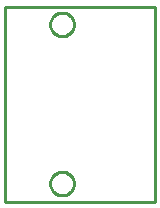
<source format=gbr>
G04 EAGLE Gerber RS-274X export*
G75*
%MOMM*%
%FSLAX34Y34*%
%LPD*%
%IN*%
%IPPOS*%
%AMOC8*
5,1,8,0,0,1.08239X$1,22.5*%
G01*
%ADD10C,0.254000*%


D10*
X0Y0D02*
X127000Y0D01*
X127000Y165100D01*
X0Y165100D01*
X0Y0D01*
X58000Y149563D02*
X57924Y148694D01*
X57772Y147834D01*
X57546Y146990D01*
X57248Y146170D01*
X56879Y145378D01*
X56442Y144622D01*
X55941Y143907D01*
X55380Y143238D01*
X54762Y142620D01*
X54093Y142059D01*
X53378Y141558D01*
X52622Y141121D01*
X51830Y140752D01*
X51010Y140454D01*
X50166Y140228D01*
X49307Y140076D01*
X48437Y140000D01*
X47563Y140000D01*
X46694Y140076D01*
X45834Y140228D01*
X44990Y140454D01*
X44170Y140752D01*
X43378Y141121D01*
X42622Y141558D01*
X41907Y142059D01*
X41238Y142620D01*
X40620Y143238D01*
X40059Y143907D01*
X39558Y144622D01*
X39121Y145378D01*
X38752Y146170D01*
X38454Y146990D01*
X38228Y147834D01*
X38076Y148694D01*
X38000Y149563D01*
X38000Y150437D01*
X38076Y151307D01*
X38228Y152166D01*
X38454Y153010D01*
X38752Y153830D01*
X39121Y154622D01*
X39558Y155378D01*
X40059Y156093D01*
X40620Y156762D01*
X41238Y157380D01*
X41907Y157941D01*
X42622Y158442D01*
X43378Y158879D01*
X44170Y159248D01*
X44990Y159546D01*
X45834Y159772D01*
X46694Y159924D01*
X47563Y160000D01*
X48437Y160000D01*
X49307Y159924D01*
X50166Y159772D01*
X51010Y159546D01*
X51830Y159248D01*
X52622Y158879D01*
X53378Y158442D01*
X54093Y157941D01*
X54762Y157380D01*
X55380Y156762D01*
X55941Y156093D01*
X56442Y155378D01*
X56879Y154622D01*
X57248Y153830D01*
X57546Y153010D01*
X57772Y152166D01*
X57924Y151307D01*
X58000Y150437D01*
X58000Y149563D01*
X58000Y14763D02*
X57924Y13894D01*
X57772Y13034D01*
X57546Y12190D01*
X57248Y11370D01*
X56879Y10578D01*
X56442Y9822D01*
X55941Y9107D01*
X55380Y8438D01*
X54762Y7820D01*
X54093Y7259D01*
X53378Y6758D01*
X52622Y6321D01*
X51830Y5952D01*
X51010Y5654D01*
X50166Y5428D01*
X49307Y5276D01*
X48437Y5200D01*
X47563Y5200D01*
X46694Y5276D01*
X45834Y5428D01*
X44990Y5654D01*
X44170Y5952D01*
X43378Y6321D01*
X42622Y6758D01*
X41907Y7259D01*
X41238Y7820D01*
X40620Y8438D01*
X40059Y9107D01*
X39558Y9822D01*
X39121Y10578D01*
X38752Y11370D01*
X38454Y12190D01*
X38228Y13034D01*
X38076Y13894D01*
X38000Y14763D01*
X38000Y15637D01*
X38076Y16507D01*
X38228Y17366D01*
X38454Y18210D01*
X38752Y19030D01*
X39121Y19822D01*
X39558Y20578D01*
X40059Y21293D01*
X40620Y21962D01*
X41238Y22580D01*
X41907Y23141D01*
X42622Y23642D01*
X43378Y24079D01*
X44170Y24448D01*
X44990Y24746D01*
X45834Y24972D01*
X46694Y25124D01*
X47563Y25200D01*
X48437Y25200D01*
X49307Y25124D01*
X50166Y24972D01*
X51010Y24746D01*
X51830Y24448D01*
X52622Y24079D01*
X53378Y23642D01*
X54093Y23141D01*
X54762Y22580D01*
X55380Y21962D01*
X55941Y21293D01*
X56442Y20578D01*
X56879Y19822D01*
X57248Y19030D01*
X57546Y18210D01*
X57772Y17366D01*
X57924Y16507D01*
X58000Y15637D01*
X58000Y14763D01*
M02*

</source>
